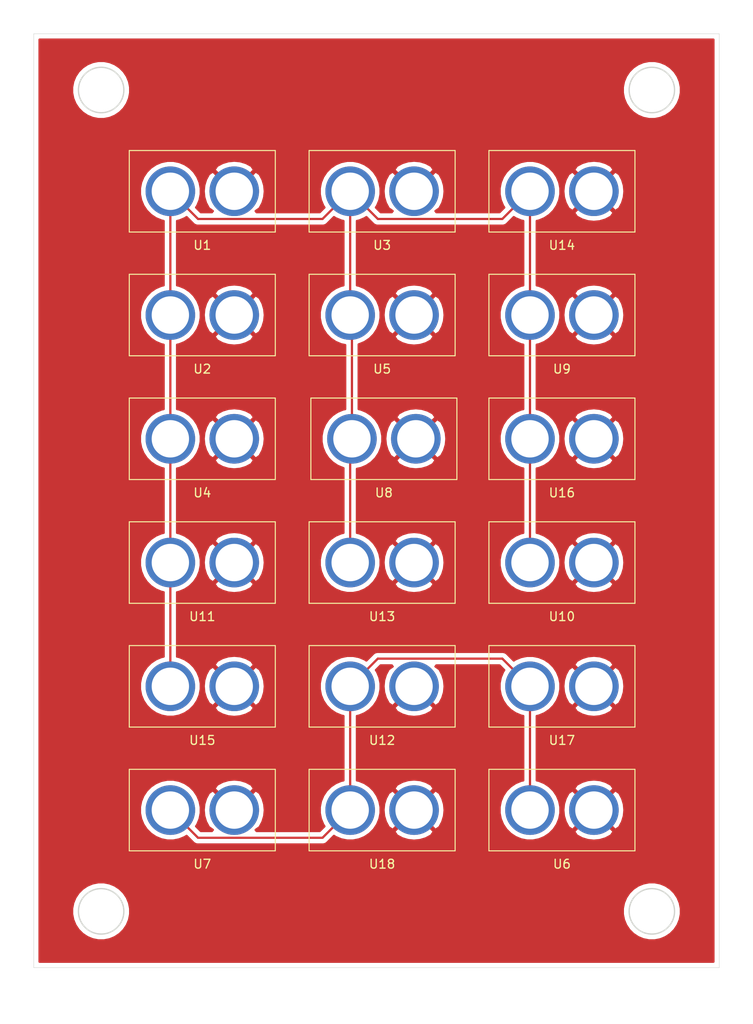
<source format=kicad_pcb>
(kicad_pcb (version 20171130) (host pcbnew "(5.1.10)-1")

  (general
    (thickness 1.6)
    (drawings 8)
    (tracks 26)
    (zones 0)
    (modules 18)
    (nets 4)
  )

  (page A4)
  (layers
    (0 F.Cu signal)
    (31 B.Cu signal)
    (32 B.Adhes user)
    (33 F.Adhes user)
    (34 B.Paste user)
    (35 F.Paste user)
    (36 B.SilkS user)
    (37 F.SilkS user)
    (38 B.Mask user)
    (39 F.Mask user)
    (40 Dwgs.User user)
    (41 Cmts.User user)
    (42 Eco1.User user)
    (43 Eco2.User user)
    (44 Edge.Cuts user)
    (45 Margin user)
    (46 B.CrtYd user)
    (47 F.CrtYd user)
    (48 B.Fab user)
    (49 F.Fab user)
  )

  (setup
    (last_trace_width 0.25)
    (trace_clearance 0.2)
    (zone_clearance 0.508)
    (zone_45_only no)
    (trace_min 0.2)
    (via_size 0.8)
    (via_drill 0.4)
    (via_min_size 0.4)
    (via_min_drill 0.3)
    (uvia_size 0.3)
    (uvia_drill 0.1)
    (uvias_allowed no)
    (uvia_min_size 0.2)
    (uvia_min_drill 0.1)
    (edge_width 0.05)
    (segment_width 0.2)
    (pcb_text_width 0.3)
    (pcb_text_size 1.5 1.5)
    (mod_edge_width 0.12)
    (mod_text_size 1 1)
    (mod_text_width 0.15)
    (pad_size 1.524 1.524)
    (pad_drill 0.762)
    (pad_to_mask_clearance 0)
    (aux_axis_origin 0 0)
    (visible_elements FFFFFF7F)
    (pcbplotparams
      (layerselection 0x010fc_ffffffff)
      (usegerberextensions false)
      (usegerberattributes true)
      (usegerberadvancedattributes true)
      (creategerberjobfile true)
      (excludeedgelayer true)
      (linewidth 0.100000)
      (plotframeref false)
      (viasonmask false)
      (mode 1)
      (useauxorigin false)
      (hpglpennumber 1)
      (hpglpenspeed 20)
      (hpglpendiameter 15.000000)
      (psnegative false)
      (psa4output false)
      (plotreference true)
      (plotvalue true)
      (plotinvisibletext false)
      (padsonsilk false)
      (subtractmaskfromsilk false)
      (outputformat 1)
      (mirror false)
      (drillshape 1)
      (scaleselection 1)
      (outputdirectory ""))
  )

  (net 0 "")
  (net 1 "Net-(U1-Pad1)")
  (net 2 "Net-(U12-Pad1)")
  (net 3 GND)

  (net_class Default "This is the default net class."
    (clearance 0.2)
    (trace_width 0.25)
    (via_dia 0.8)
    (via_drill 0.4)
    (uvia_dia 0.3)
    (uvia_drill 0.1)
    (add_net GND)
    (add_net "Net-(U1-Pad1)")
    (add_net "Net-(U12-Pad1)")
  )

  (module Launchbox:XT60H-MTH (layer F.Cu) (tedit 61224267) (tstamp 61229F28)
    (at 107.95 53.34)
    (path /61226FD0)
    (fp_text reference U1 (at 0 6.096) (layer F.SilkS)
      (effects (font (size 1 1) (thickness 0.15)))
    )
    (fp_text value XT60H-M12 (at 0 -6.096) (layer F.Fab)
      (effects (font (size 1 1) (thickness 0.15)))
    )
    (fp_line (start -8.25 4.6) (end -8.25 -4.6) (layer F.SilkS) (width 0.12))
    (fp_line (start -8.25 4.6) (end 8.25 4.6) (layer F.SilkS) (width 0.12))
    (fp_line (start 8.25 4.6) (end 8.25 -4.6) (layer F.SilkS) (width 0.12))
    (fp_line (start -8.25 -4.6) (end 8.25 -4.6) (layer F.SilkS) (width 0.12))
    (pad 1 thru_hole circle (at -3.61 0) (size 5.6 5.6) (drill 4.22) (layers *.Cu *.Mask)
      (net 1 "Net-(U1-Pad1)"))
    (pad 2 thru_hole circle (at 3.61 0) (size 5.6 5.6) (drill 4.22) (layers *.Cu *.Mask)
      (net 3 GND))
  )

  (module Launchbox:XT60H-MTH (layer F.Cu) (tedit 61224267) (tstamp 61229F32)
    (at 107.95 67.31)
    (path /612270C6)
    (fp_text reference U2 (at 0 6.096) (layer F.SilkS)
      (effects (font (size 1 1) (thickness 0.15)))
    )
    (fp_text value XT60H-M12 (at 0 -6.096) (layer F.Fab)
      (effects (font (size 1 1) (thickness 0.15)))
    )
    (fp_line (start -8.25 4.6) (end -8.25 -4.6) (layer F.SilkS) (width 0.12))
    (fp_line (start -8.25 4.6) (end 8.25 4.6) (layer F.SilkS) (width 0.12))
    (fp_line (start 8.25 4.6) (end 8.25 -4.6) (layer F.SilkS) (width 0.12))
    (fp_line (start -8.25 -4.6) (end 8.25 -4.6) (layer F.SilkS) (width 0.12))
    (pad 1 thru_hole circle (at -3.61 0) (size 5.6 5.6) (drill 4.22) (layers *.Cu *.Mask)
      (net 1 "Net-(U1-Pad1)"))
    (pad 2 thru_hole circle (at 3.61 0) (size 5.6 5.6) (drill 4.22) (layers *.Cu *.Mask)
      (net 3 GND))
  )

  (module Launchbox:XT60H-MTH (layer F.Cu) (tedit 61224267) (tstamp 61229F3C)
    (at 128.27 53.34)
    (path /61226C9F)
    (fp_text reference U3 (at 0 6.096) (layer F.SilkS)
      (effects (font (size 1 1) (thickness 0.15)))
    )
    (fp_text value XT60H-M12 (at 0 -6.096) (layer F.Fab)
      (effects (font (size 1 1) (thickness 0.15)))
    )
    (fp_line (start -8.25 4.6) (end -8.25 -4.6) (layer F.SilkS) (width 0.12))
    (fp_line (start -8.25 4.6) (end 8.25 4.6) (layer F.SilkS) (width 0.12))
    (fp_line (start 8.25 4.6) (end 8.25 -4.6) (layer F.SilkS) (width 0.12))
    (fp_line (start -8.25 -4.6) (end 8.25 -4.6) (layer F.SilkS) (width 0.12))
    (pad 1 thru_hole circle (at -3.61 0) (size 5.6 5.6) (drill 4.22) (layers *.Cu *.Mask)
      (net 1 "Net-(U1-Pad1)"))
    (pad 2 thru_hole circle (at 3.61 0) (size 5.6 5.6) (drill 4.22) (layers *.Cu *.Mask)
      (net 3 GND))
  )

  (module Launchbox:XT60H-MTH (layer F.Cu) (tedit 61224267) (tstamp 61229F46)
    (at 107.95 81.28)
    (path /61226C54)
    (fp_text reference U4 (at 0 6.096) (layer F.SilkS)
      (effects (font (size 1 1) (thickness 0.15)))
    )
    (fp_text value XT60H-M12 (at 0 -6.096) (layer F.Fab)
      (effects (font (size 1 1) (thickness 0.15)))
    )
    (fp_line (start -8.25 -4.6) (end 8.25 -4.6) (layer F.SilkS) (width 0.12))
    (fp_line (start 8.25 4.6) (end 8.25 -4.6) (layer F.SilkS) (width 0.12))
    (fp_line (start -8.25 4.6) (end 8.25 4.6) (layer F.SilkS) (width 0.12))
    (fp_line (start -8.25 4.6) (end -8.25 -4.6) (layer F.SilkS) (width 0.12))
    (pad 2 thru_hole circle (at 3.61 0) (size 5.6 5.6) (drill 4.22) (layers *.Cu *.Mask)
      (net 3 GND))
    (pad 1 thru_hole circle (at -3.61 0) (size 5.6 5.6) (drill 4.22) (layers *.Cu *.Mask)
      (net 1 "Net-(U1-Pad1)"))
  )

  (module Launchbox:XT60H-MTH (layer F.Cu) (tedit 61224267) (tstamp 61229F50)
    (at 128.27 67.31)
    (path /61233C54)
    (fp_text reference U5 (at 0 6.096) (layer F.SilkS)
      (effects (font (size 1 1) (thickness 0.15)))
    )
    (fp_text value XT60H-M12 (at 0 -6.096) (layer F.Fab)
      (effects (font (size 1 1) (thickness 0.15)))
    )
    (fp_line (start -8.25 -4.6) (end 8.25 -4.6) (layer F.SilkS) (width 0.12))
    (fp_line (start 8.25 4.6) (end 8.25 -4.6) (layer F.SilkS) (width 0.12))
    (fp_line (start -8.25 4.6) (end 8.25 4.6) (layer F.SilkS) (width 0.12))
    (fp_line (start -8.25 4.6) (end -8.25 -4.6) (layer F.SilkS) (width 0.12))
    (pad 2 thru_hole circle (at 3.61 0) (size 5.6 5.6) (drill 4.22) (layers *.Cu *.Mask)
      (net 3 GND))
    (pad 1 thru_hole circle (at -3.61 0) (size 5.6 5.6) (drill 4.22) (layers *.Cu *.Mask)
      (net 1 "Net-(U1-Pad1)"))
  )

  (module Launchbox:XT60H-MTH (layer F.Cu) (tedit 61224267) (tstamp 61229F5A)
    (at 148.59 123.19)
    (path /612330B7)
    (fp_text reference U6 (at 0 6.096) (layer F.SilkS)
      (effects (font (size 1 1) (thickness 0.15)))
    )
    (fp_text value XT60H-M24 (at 0 -6.096) (layer F.Fab)
      (effects (font (size 1 1) (thickness 0.15)))
    )
    (fp_line (start -8.25 4.6) (end -8.25 -4.6) (layer F.SilkS) (width 0.12))
    (fp_line (start -8.25 4.6) (end 8.25 4.6) (layer F.SilkS) (width 0.12))
    (fp_line (start 8.25 4.6) (end 8.25 -4.6) (layer F.SilkS) (width 0.12))
    (fp_line (start -8.25 -4.6) (end 8.25 -4.6) (layer F.SilkS) (width 0.12))
    (pad 1 thru_hole circle (at -3.61 0) (size 5.6 5.6) (drill 4.22) (layers *.Cu *.Mask)
      (net 2 "Net-(U12-Pad1)"))
    (pad 2 thru_hole circle (at 3.61 0) (size 5.6 5.6) (drill 4.22) (layers *.Cu *.Mask)
      (net 3 GND))
  )

  (module Launchbox:XT60H-MTH (layer F.Cu) (tedit 61224267) (tstamp 61229F64)
    (at 107.95 123.19)
    (path /61225F77)
    (fp_text reference U7 (at 0 6.096) (layer F.SilkS)
      (effects (font (size 1 1) (thickness 0.15)))
    )
    (fp_text value XT60H-M24 (at 0 -6.096) (layer F.Fab)
      (effects (font (size 1 1) (thickness 0.15)))
    )
    (fp_line (start -8.25 4.6) (end -8.25 -4.6) (layer F.SilkS) (width 0.12))
    (fp_line (start -8.25 4.6) (end 8.25 4.6) (layer F.SilkS) (width 0.12))
    (fp_line (start 8.25 4.6) (end 8.25 -4.6) (layer F.SilkS) (width 0.12))
    (fp_line (start -8.25 -4.6) (end 8.25 -4.6) (layer F.SilkS) (width 0.12))
    (pad 1 thru_hole circle (at -3.61 0) (size 5.6 5.6) (drill 4.22) (layers *.Cu *.Mask)
      (net 2 "Net-(U12-Pad1)"))
    (pad 2 thru_hole circle (at 3.61 0) (size 5.6 5.6) (drill 4.22) (layers *.Cu *.Mask)
      (net 3 GND))
  )

  (module Launchbox:XT60H-MTH (layer F.Cu) (tedit 61224267) (tstamp 61229F6E)
    (at 128.47 81.28)
    (path /61226E9B)
    (fp_text reference U8 (at 0 6.096) (layer F.SilkS)
      (effects (font (size 1 1) (thickness 0.15)))
    )
    (fp_text value XT60H-M12 (at 0 -6.096) (layer F.Fab)
      (effects (font (size 1 1) (thickness 0.15)))
    )
    (fp_line (start -8.25 4.6) (end -8.25 -4.6) (layer F.SilkS) (width 0.12))
    (fp_line (start -8.25 4.6) (end 8.25 4.6) (layer F.SilkS) (width 0.12))
    (fp_line (start 8.25 4.6) (end 8.25 -4.6) (layer F.SilkS) (width 0.12))
    (fp_line (start -8.25 -4.6) (end 8.25 -4.6) (layer F.SilkS) (width 0.12))
    (pad 1 thru_hole circle (at -3.61 0) (size 5.6 5.6) (drill 4.22) (layers *.Cu *.Mask)
      (net 1 "Net-(U1-Pad1)"))
    (pad 2 thru_hole circle (at 3.61 0) (size 5.6 5.6) (drill 4.22) (layers *.Cu *.Mask)
      (net 3 GND))
  )

  (module Launchbox:XT60H-MTH (layer F.Cu) (tedit 61224267) (tstamp 61229F78)
    (at 148.59 67.31)
    (path /61226DB5)
    (fp_text reference U9 (at 0 6.096) (layer F.SilkS)
      (effects (font (size 1 1) (thickness 0.15)))
    )
    (fp_text value XT60H-M12 (at 0 -6.096) (layer F.Fab)
      (effects (font (size 1 1) (thickness 0.15)))
    )
    (fp_line (start -8.25 -4.6) (end 8.25 -4.6) (layer F.SilkS) (width 0.12))
    (fp_line (start 8.25 4.6) (end 8.25 -4.6) (layer F.SilkS) (width 0.12))
    (fp_line (start -8.25 4.6) (end 8.25 4.6) (layer F.SilkS) (width 0.12))
    (fp_line (start -8.25 4.6) (end -8.25 -4.6) (layer F.SilkS) (width 0.12))
    (pad 2 thru_hole circle (at 3.61 0) (size 5.6 5.6) (drill 4.22) (layers *.Cu *.Mask)
      (net 3 GND))
    (pad 1 thru_hole circle (at -3.61 0) (size 5.6 5.6) (drill 4.22) (layers *.Cu *.Mask)
      (net 1 "Net-(U1-Pad1)"))
  )

  (module Launchbox:XT60H-MTH (layer F.Cu) (tedit 61224267) (tstamp 61229F82)
    (at 148.59 95.25)
    (path /612271E0)
    (fp_text reference U10 (at 0 6.096) (layer F.SilkS)
      (effects (font (size 1 1) (thickness 0.15)))
    )
    (fp_text value XT60H-M12 (at 0 -6.096) (layer F.Fab)
      (effects (font (size 1 1) (thickness 0.15)))
    )
    (fp_line (start -8.25 -4.6) (end 8.25 -4.6) (layer F.SilkS) (width 0.12))
    (fp_line (start 8.25 4.6) (end 8.25 -4.6) (layer F.SilkS) (width 0.12))
    (fp_line (start -8.25 4.6) (end 8.25 4.6) (layer F.SilkS) (width 0.12))
    (fp_line (start -8.25 4.6) (end -8.25 -4.6) (layer F.SilkS) (width 0.12))
    (pad 2 thru_hole circle (at 3.61 0) (size 5.6 5.6) (drill 4.22) (layers *.Cu *.Mask)
      (net 3 GND))
    (pad 1 thru_hole circle (at -3.61 0) (size 5.6 5.6) (drill 4.22) (layers *.Cu *.Mask)
      (net 1 "Net-(U1-Pad1)"))
  )

  (module Launchbox:XT60H-MTH (layer F.Cu) (tedit 61224267) (tstamp 61229F8C)
    (at 107.95 95.25)
    (path /6122731E)
    (fp_text reference U11 (at 0 6.096) (layer F.SilkS)
      (effects (font (size 1 1) (thickness 0.15)))
    )
    (fp_text value XT60H-M12 (at 0 -6.096) (layer F.Fab)
      (effects (font (size 1 1) (thickness 0.15)))
    )
    (fp_line (start -8.25 4.6) (end -8.25 -4.6) (layer F.SilkS) (width 0.12))
    (fp_line (start -8.25 4.6) (end 8.25 4.6) (layer F.SilkS) (width 0.12))
    (fp_line (start 8.25 4.6) (end 8.25 -4.6) (layer F.SilkS) (width 0.12))
    (fp_line (start -8.25 -4.6) (end 8.25 -4.6) (layer F.SilkS) (width 0.12))
    (pad 1 thru_hole circle (at -3.61 0) (size 5.6 5.6) (drill 4.22) (layers *.Cu *.Mask)
      (net 1 "Net-(U1-Pad1)"))
    (pad 2 thru_hole circle (at 3.61 0) (size 5.6 5.6) (drill 4.22) (layers *.Cu *.Mask)
      (net 3 GND))
  )

  (module Launchbox:XT60H-MTH (layer F.Cu) (tedit 61224267) (tstamp 61229F96)
    (at 128.27 109.22)
    (path /61225BE9)
    (fp_text reference U12 (at 0 6.096) (layer F.SilkS)
      (effects (font (size 1 1) (thickness 0.15)))
    )
    (fp_text value XT60H-M24 (at 0 -6.096) (layer F.Fab)
      (effects (font (size 1 1) (thickness 0.15)))
    )
    (fp_line (start -8.25 -4.6) (end 8.25 -4.6) (layer F.SilkS) (width 0.12))
    (fp_line (start 8.25 4.6) (end 8.25 -4.6) (layer F.SilkS) (width 0.12))
    (fp_line (start -8.25 4.6) (end 8.25 4.6) (layer F.SilkS) (width 0.12))
    (fp_line (start -8.25 4.6) (end -8.25 -4.6) (layer F.SilkS) (width 0.12))
    (pad 2 thru_hole circle (at 3.61 0) (size 5.6 5.6) (drill 4.22) (layers *.Cu *.Mask)
      (net 3 GND))
    (pad 1 thru_hole circle (at -3.61 0) (size 5.6 5.6) (drill 4.22) (layers *.Cu *.Mask)
      (net 2 "Net-(U12-Pad1)"))
  )

  (module Launchbox:XT60H-MTH (layer F.Cu) (tedit 61224267) (tstamp 61229FA0)
    (at 128.27 95.25)
    (path /61224305)
    (fp_text reference U13 (at 0 6.096) (layer F.SilkS)
      (effects (font (size 1 1) (thickness 0.15)))
    )
    (fp_text value XT60H-M12 (at 0 -6.096) (layer F.Fab)
      (effects (font (size 1 1) (thickness 0.15)))
    )
    (fp_line (start -8.25 -4.6) (end 8.25 -4.6) (layer F.SilkS) (width 0.12))
    (fp_line (start 8.25 4.6) (end 8.25 -4.6) (layer F.SilkS) (width 0.12))
    (fp_line (start -8.25 4.6) (end 8.25 4.6) (layer F.SilkS) (width 0.12))
    (fp_line (start -8.25 4.6) (end -8.25 -4.6) (layer F.SilkS) (width 0.12))
    (pad 2 thru_hole circle (at 3.61 0) (size 5.6 5.6) (drill 4.22) (layers *.Cu *.Mask)
      (net 3 GND))
    (pad 1 thru_hole circle (at -3.61 0) (size 5.6 5.6) (drill 4.22) (layers *.Cu *.Mask)
      (net 1 "Net-(U1-Pad1)"))
  )

  (module Launchbox:XT60H-MTH (layer F.Cu) (tedit 61224267) (tstamp 61229FAA)
    (at 148.59 53.34)
    (path /612274B3)
    (fp_text reference U14 (at 0 6.096) (layer F.SilkS)
      (effects (font (size 1 1) (thickness 0.15)))
    )
    (fp_text value XT60H-M12 (at 0 -6.096) (layer F.Fab)
      (effects (font (size 1 1) (thickness 0.15)))
    )
    (fp_line (start -8.25 4.6) (end -8.25 -4.6) (layer F.SilkS) (width 0.12))
    (fp_line (start -8.25 4.6) (end 8.25 4.6) (layer F.SilkS) (width 0.12))
    (fp_line (start 8.25 4.6) (end 8.25 -4.6) (layer F.SilkS) (width 0.12))
    (fp_line (start -8.25 -4.6) (end 8.25 -4.6) (layer F.SilkS) (width 0.12))
    (pad 1 thru_hole circle (at -3.61 0) (size 5.6 5.6) (drill 4.22) (layers *.Cu *.Mask)
      (net 1 "Net-(U1-Pad1)"))
    (pad 2 thru_hole circle (at 3.61 0) (size 5.6 5.6) (drill 4.22) (layers *.Cu *.Mask)
      (net 3 GND))
  )

  (module Launchbox:XT60H-MTH (layer F.Cu) (tedit 61224267) (tstamp 61229FB4)
    (at 107.95 109.22)
    (path /612273E6)
    (fp_text reference U15 (at 0 6.096) (layer F.SilkS)
      (effects (font (size 1 1) (thickness 0.15)))
    )
    (fp_text value XT60H-M12 (at 0 -6.096) (layer F.Fab)
      (effects (font (size 1 1) (thickness 0.15)))
    )
    (fp_line (start -8.25 -4.6) (end 8.25 -4.6) (layer F.SilkS) (width 0.12))
    (fp_line (start 8.25 4.6) (end 8.25 -4.6) (layer F.SilkS) (width 0.12))
    (fp_line (start -8.25 4.6) (end 8.25 4.6) (layer F.SilkS) (width 0.12))
    (fp_line (start -8.25 4.6) (end -8.25 -4.6) (layer F.SilkS) (width 0.12))
    (pad 2 thru_hole circle (at 3.61 0) (size 5.6 5.6) (drill 4.22) (layers *.Cu *.Mask)
      (net 3 GND))
    (pad 1 thru_hole circle (at -3.61 0) (size 5.6 5.6) (drill 4.22) (layers *.Cu *.Mask)
      (net 1 "Net-(U1-Pad1)"))
  )

  (module Launchbox:XT60H-MTH (layer F.Cu) (tedit 61224267) (tstamp 61229FBE)
    (at 148.59 81.28)
    (path /612275D2)
    (fp_text reference U16 (at 0 6.096) (layer F.SilkS)
      (effects (font (size 1 1) (thickness 0.15)))
    )
    (fp_text value XT60H-M12 (at 0 -6.096) (layer F.Fab)
      (effects (font (size 1 1) (thickness 0.15)))
    )
    (fp_line (start -8.25 -4.6) (end 8.25 -4.6) (layer F.SilkS) (width 0.12))
    (fp_line (start 8.25 4.6) (end 8.25 -4.6) (layer F.SilkS) (width 0.12))
    (fp_line (start -8.25 4.6) (end 8.25 4.6) (layer F.SilkS) (width 0.12))
    (fp_line (start -8.25 4.6) (end -8.25 -4.6) (layer F.SilkS) (width 0.12))
    (pad 2 thru_hole circle (at 3.61 0) (size 5.6 5.6) (drill 4.22) (layers *.Cu *.Mask)
      (net 3 GND))
    (pad 1 thru_hole circle (at -3.61 0) (size 5.6 5.6) (drill 4.22) (layers *.Cu *.Mask)
      (net 1 "Net-(U1-Pad1)"))
  )

  (module Launchbox:XT60H-MTH (layer F.Cu) (tedit 61224267) (tstamp 61229FC8)
    (at 148.59 109.22)
    (path /61225B5F)
    (fp_text reference U17 (at 0 6.096) (layer F.SilkS)
      (effects (font (size 1 1) (thickness 0.15)))
    )
    (fp_text value XT60H-M24 (at 0 -6.096) (layer F.Fab)
      (effects (font (size 1 1) (thickness 0.15)))
    )
    (fp_line (start -8.25 4.6) (end -8.25 -4.6) (layer F.SilkS) (width 0.12))
    (fp_line (start -8.25 4.6) (end 8.25 4.6) (layer F.SilkS) (width 0.12))
    (fp_line (start 8.25 4.6) (end 8.25 -4.6) (layer F.SilkS) (width 0.12))
    (fp_line (start -8.25 -4.6) (end 8.25 -4.6) (layer F.SilkS) (width 0.12))
    (pad 1 thru_hole circle (at -3.61 0) (size 5.6 5.6) (drill 4.22) (layers *.Cu *.Mask)
      (net 2 "Net-(U12-Pad1)"))
    (pad 2 thru_hole circle (at 3.61 0) (size 5.6 5.6) (drill 4.22) (layers *.Cu *.Mask)
      (net 3 GND))
  )

  (module Launchbox:XT60H-MTH (layer F.Cu) (tedit 61224267) (tstamp 61229FD2)
    (at 128.27 123.19)
    (path /61224803)
    (fp_text reference U18 (at 0 6.096) (layer F.SilkS)
      (effects (font (size 1 1) (thickness 0.15)))
    )
    (fp_text value XT60H-M24 (at 0 -6.096) (layer F.Fab)
      (effects (font (size 1 1) (thickness 0.15)))
    )
    (fp_line (start -8.25 -4.6) (end 8.25 -4.6) (layer F.SilkS) (width 0.12))
    (fp_line (start 8.25 4.6) (end 8.25 -4.6) (layer F.SilkS) (width 0.12))
    (fp_line (start -8.25 4.6) (end 8.25 4.6) (layer F.SilkS) (width 0.12))
    (fp_line (start -8.25 4.6) (end -8.25 -4.6) (layer F.SilkS) (width 0.12))
    (pad 2 thru_hole circle (at 3.61 0) (size 5.6 5.6) (drill 4.22) (layers *.Cu *.Mask)
      (net 3 GND))
    (pad 1 thru_hole circle (at -3.61 0) (size 5.6 5.6) (drill 4.22) (layers *.Cu *.Mask)
      (net 2 "Net-(U12-Pad1)"))
  )

  (gr_line (start 166.37 140.97) (end 88.9 140.97) (layer Edge.Cuts) (width 0.05) (tstamp 6122A5C8))
  (gr_line (start 166.37 35.56) (end 166.37 140.97) (layer Edge.Cuts) (width 0.05))
  (gr_line (start 88.9 35.56) (end 166.37 35.56) (layer Edge.Cuts) (width 0.05))
  (gr_line (start 88.9 140.97) (end 88.9 35.56) (layer Edge.Cuts) (width 0.05))
  (gr_circle (center 96.52 134.62) (end 99.085 134.62) (layer Edge.Cuts) (width 0.15) (tstamp 6122A5B8))
  (gr_circle (center 158.75 134.62) (end 161.315 134.62) (layer Edge.Cuts) (width 0.15) (tstamp 6122A5B8))
  (gr_circle (center 158.75 41.91) (end 161.315 41.91) (layer Edge.Cuts) (width 0.15) (tstamp 6122A5B5))
  (gr_circle (center 96.52 41.91) (end 99.085 41.91) (layer Edge.Cuts) (width 0.15))

  (segment (start 121.534999 56.465001) (end 124.66 53.34) (width 0.25) (layer F.Cu) (net 1))
  (segment (start 107.465001 56.465001) (end 121.534999 56.465001) (width 0.25) (layer F.Cu) (net 1))
  (segment (start 104.34 53.34) (end 107.465001 56.465001) (width 0.25) (layer F.Cu) (net 1))
  (segment (start 141.854999 56.465001) (end 144.98 53.34) (width 0.25) (layer F.Cu) (net 1))
  (segment (start 127.785001 56.465001) (end 141.854999 56.465001) (width 0.25) (layer F.Cu) (net 1))
  (segment (start 124.66 53.34) (end 127.785001 56.465001) (width 0.25) (layer F.Cu) (net 1))
  (segment (start 144.98 95.25) (end 144.98 81.28) (width 0.25) (layer F.Cu) (net 1))
  (segment (start 144.98 81.28) (end 144.98 67.31) (width 0.25) (layer F.Cu) (net 1))
  (segment (start 144.98 67.31) (end 144.98 53.34) (width 0.25) (layer F.Cu) (net 1))
  (segment (start 124.66 81.48) (end 124.86 81.28) (width 0.25) (layer F.Cu) (net 1))
  (segment (start 124.66 95.25) (end 124.66 81.48) (width 0.25) (layer F.Cu) (net 1))
  (segment (start 124.86 67.51) (end 124.66 67.31) (width 0.25) (layer F.Cu) (net 1))
  (segment (start 124.86 81.28) (end 124.86 67.51) (width 0.25) (layer F.Cu) (net 1))
  (segment (start 104.34 53.34) (end 104.34 67.31) (width 0.25) (layer F.Cu) (net 1))
  (segment (start 104.34 67.31) (end 104.34 81.28) (width 0.25) (layer F.Cu) (net 1))
  (segment (start 104.34 81.28) (end 104.34 95.25) (width 0.25) (layer F.Cu) (net 1))
  (segment (start 104.34 95.25) (end 104.34 109.22) (width 0.25) (layer F.Cu) (net 1))
  (segment (start 124.66 67.31) (end 124.66 53.34) (width 0.25) (layer F.Cu) (net 1))
  (segment (start 121.534999 126.315001) (end 124.66 123.19) (width 0.25) (layer F.Cu) (net 2))
  (segment (start 107.465001 126.315001) (end 121.534999 126.315001) (width 0.25) (layer F.Cu) (net 2))
  (segment (start 104.34 123.19) (end 107.465001 126.315001) (width 0.25) (layer F.Cu) (net 2))
  (segment (start 124.66 123.19) (end 124.66 109.22) (width 0.25) (layer F.Cu) (net 2))
  (segment (start 141.854999 106.094999) (end 144.98 109.22) (width 0.25) (layer F.Cu) (net 2))
  (segment (start 127.785001 106.094999) (end 141.854999 106.094999) (width 0.25) (layer F.Cu) (net 2))
  (segment (start 124.66 109.22) (end 127.785001 106.094999) (width 0.25) (layer F.Cu) (net 2))
  (segment (start 144.98 109.22) (end 144.98 123.19) (width 0.25) (layer F.Cu) (net 2))

  (zone (net 3) (net_name GND) (layer F.Cu) (tstamp 0) (hatch edge 0.508)
    (connect_pads (clearance 0.508))
    (min_thickness 0.254)
    (fill yes (arc_segments 32) (thermal_gap 0.508) (thermal_bridge_width 0.508))
    (polygon
      (pts
        (xy 170.18 147.32) (xy 85.09 146.05) (xy 85.09 33.02) (xy 170.18 31.75)
      )
    )
    (filled_polygon
      (pts
        (xy 165.710001 140.31) (xy 89.56 140.31) (xy 89.56 134.297034) (xy 93.240866 134.297034) (xy 93.240866 134.942966)
        (xy 93.366882 135.576488) (xy 93.614069 136.173252) (xy 93.972931 136.710326) (xy 94.429674 137.167069) (xy 94.966748 137.525931)
        (xy 95.563512 137.773118) (xy 96.197034 137.899134) (xy 96.842966 137.899134) (xy 97.476488 137.773118) (xy 98.073252 137.525931)
        (xy 98.610326 137.167069) (xy 99.067069 136.710326) (xy 99.425931 136.173252) (xy 99.673118 135.576488) (xy 99.799134 134.942966)
        (xy 99.799134 134.297034) (xy 155.470866 134.297034) (xy 155.470866 134.942966) (xy 155.596882 135.576488) (xy 155.844069 136.173252)
        (xy 156.202931 136.710326) (xy 156.659674 137.167069) (xy 157.196748 137.525931) (xy 157.793512 137.773118) (xy 158.427034 137.899134)
        (xy 159.072966 137.899134) (xy 159.706488 137.773118) (xy 160.303252 137.525931) (xy 160.840326 137.167069) (xy 161.297069 136.710326)
        (xy 161.655931 136.173252) (xy 161.903118 135.576488) (xy 162.029134 134.942966) (xy 162.029134 134.297034) (xy 161.903118 133.663512)
        (xy 161.655931 133.066748) (xy 161.297069 132.529674) (xy 160.840326 132.072931) (xy 160.303252 131.714069) (xy 159.706488 131.466882)
        (xy 159.072966 131.340866) (xy 158.427034 131.340866) (xy 157.793512 131.466882) (xy 157.196748 131.714069) (xy 156.659674 132.072931)
        (xy 156.202931 132.529674) (xy 155.844069 133.066748) (xy 155.596882 133.663512) (xy 155.470866 134.297034) (xy 99.799134 134.297034)
        (xy 99.673118 133.663512) (xy 99.425931 133.066748) (xy 99.067069 132.529674) (xy 98.610326 132.072931) (xy 98.073252 131.714069)
        (xy 97.476488 131.466882) (xy 96.842966 131.340866) (xy 96.197034 131.340866) (xy 95.563512 131.466882) (xy 94.966748 131.714069)
        (xy 94.429674 132.072931) (xy 93.972931 132.529674) (xy 93.614069 133.066748) (xy 93.366882 133.663512) (xy 93.240866 134.297034)
        (xy 89.56 134.297034) (xy 89.56 122.851682) (xy 100.905 122.851682) (xy 100.905 123.528318) (xy 101.037006 124.191952)
        (xy 101.295943 124.817082) (xy 101.671862 125.379685) (xy 102.150315 125.858138) (xy 102.712918 126.234057) (xy 103.338048 126.492994)
        (xy 104.001682 126.625) (xy 104.678318 126.625) (xy 105.341952 126.492994) (xy 105.967082 126.234057) (xy 106.1722 126.097002)
        (xy 106.901202 126.826004) (xy 106.925 126.855002) (xy 107.040725 126.949975) (xy 107.172754 127.020547) (xy 107.316015 127.064004)
        (xy 107.427668 127.075001) (xy 107.427676 127.075001) (xy 107.465001 127.078677) (xy 107.502326 127.075001) (xy 121.497677 127.075001)
        (xy 121.534999 127.078677) (xy 121.572321 127.075001) (xy 121.572332 127.075001) (xy 121.683985 127.064004) (xy 121.827246 127.020547)
        (xy 121.959275 126.949975) (xy 122.075 126.855002) (xy 122.098803 126.825998) (xy 122.8278 126.097001) (xy 123.032918 126.234057)
        (xy 123.658048 126.492994) (xy 124.321682 126.625) (xy 124.998318 126.625) (xy 125.661952 126.492994) (xy 126.287082 126.234057)
        (xy 126.849685 125.858138) (xy 127.101342 125.606481) (xy 129.643124 125.606481) (xy 129.955308 126.055177) (xy 130.551259 126.375612)
        (xy 131.198273 126.573626) (xy 131.871484 126.64161) (xy 132.545023 126.576949) (xy 133.193006 126.38213) (xy 133.79053 126.064639)
        (xy 133.804692 126.055177) (xy 134.116876 125.606481) (xy 131.88 123.369605) (xy 129.643124 125.606481) (xy 127.101342 125.606481)
        (xy 127.328138 125.379685) (xy 127.704057 124.817082) (xy 127.962994 124.191952) (xy 128.095 123.528318) (xy 128.095 123.181484)
        (xy 128.42839 123.181484) (xy 128.493051 123.855023) (xy 128.68787 124.503006) (xy 129.005361 125.10053) (xy 129.014823 125.114692)
        (xy 129.463519 125.426876) (xy 131.700395 123.19) (xy 132.059605 123.19) (xy 134.296481 125.426876) (xy 134.745177 125.114692)
        (xy 135.065612 124.518741) (xy 135.263626 123.871727) (xy 135.33161 123.198516) (xy 135.266949 122.524977) (xy 135.07213 121.876994)
        (xy 134.754639 121.27947) (xy 134.745177 121.265308) (xy 134.296481 120.953124) (xy 132.059605 123.19) (xy 131.700395 123.19)
        (xy 129.463519 120.953124) (xy 129.014823 121.265308) (xy 128.694388 121.861259) (xy 128.496374 122.508273) (xy 128.42839 123.181484)
        (xy 128.095 123.181484) (xy 128.095 122.851682) (xy 127.962994 122.188048) (xy 127.704057 121.562918) (xy 127.328138 121.000315)
        (xy 127.101342 120.773519) (xy 129.643124 120.773519) (xy 131.88 123.010395) (xy 134.116876 120.773519) (xy 133.804692 120.324823)
        (xy 133.208741 120.004388) (xy 132.561727 119.806374) (xy 131.888516 119.73839) (xy 131.214977 119.803051) (xy 130.566994 119.99787)
        (xy 129.96947 120.315361) (xy 129.955308 120.324823) (xy 129.643124 120.773519) (xy 127.101342 120.773519) (xy 126.849685 120.521862)
        (xy 126.287082 120.145943) (xy 125.661952 119.887006) (xy 125.42 119.838878) (xy 125.42 112.571122) (xy 125.661952 112.522994)
        (xy 126.287082 112.264057) (xy 126.849685 111.888138) (xy 127.101342 111.636481) (xy 129.643124 111.636481) (xy 129.955308 112.085177)
        (xy 130.551259 112.405612) (xy 131.198273 112.603626) (xy 131.871484 112.67161) (xy 132.545023 112.606949) (xy 133.193006 112.41213)
        (xy 133.79053 112.094639) (xy 133.804692 112.085177) (xy 134.116876 111.636481) (xy 131.88 109.399605) (xy 129.643124 111.636481)
        (xy 127.101342 111.636481) (xy 127.328138 111.409685) (xy 127.704057 110.847082) (xy 127.962994 110.221952) (xy 128.095 109.558318)
        (xy 128.095 108.881682) (xy 127.962994 108.218048) (xy 127.704057 107.592918) (xy 127.567002 107.3878) (xy 128.099803 106.854999)
        (xy 129.364541 106.854999) (xy 129.349966 106.869574) (xy 129.463517 106.983125) (xy 129.014823 107.295308) (xy 128.694388 107.891259)
        (xy 128.496374 108.538273) (xy 128.42839 109.211484) (xy 128.493051 109.885023) (xy 128.68787 110.533006) (xy 129.005361 111.13053)
        (xy 129.014823 111.144692) (xy 129.463519 111.456876) (xy 131.700395 109.22) (xy 131.686253 109.205858) (xy 131.865858 109.026253)
        (xy 131.88 109.040395) (xy 131.894143 109.026253) (xy 132.073748 109.205858) (xy 132.059605 109.22) (xy 134.296481 111.456876)
        (xy 134.745177 111.144692) (xy 135.065612 110.548741) (xy 135.263626 109.901727) (xy 135.33161 109.228516) (xy 135.266949 108.554977)
        (xy 135.07213 107.906994) (xy 134.754639 107.30947) (xy 134.745177 107.295308) (xy 134.296483 106.983125) (xy 134.410034 106.869574)
        (xy 134.395459 106.854999) (xy 141.540198 106.854999) (xy 142.072999 107.3878) (xy 141.935943 107.592918) (xy 141.677006 108.218048)
        (xy 141.545 108.881682) (xy 141.545 109.558318) (xy 141.677006 110.221952) (xy 141.935943 110.847082) (xy 142.311862 111.409685)
        (xy 142.790315 111.888138) (xy 143.352918 112.264057) (xy 143.978048 112.522994) (xy 144.22 112.571122) (xy 144.220001 119.838878)
        (xy 143.978048 119.887006) (xy 143.352918 120.145943) (xy 142.790315 120.521862) (xy 142.311862 121.000315) (xy 141.935943 121.562918)
        (xy 141.677006 122.188048) (xy 141.545 122.851682) (xy 141.545 123.528318) (xy 141.677006 124.191952) (xy 141.935943 124.817082)
        (xy 142.311862 125.379685) (xy 142.790315 125.858138) (xy 143.352918 126.234057) (xy 143.978048 126.492994) (xy 144.641682 126.625)
        (xy 145.318318 126.625) (xy 145.981952 126.492994) (xy 146.607082 126.234057) (xy 147.169685 125.858138) (xy 147.421342 125.606481)
        (xy 149.963124 125.606481) (xy 150.275308 126.055177) (xy 150.871259 126.375612) (xy 151.518273 126.573626) (xy 152.191484 126.64161)
        (xy 152.865023 126.576949) (xy 153.513006 126.38213) (xy 154.11053 126.064639) (xy 154.124692 126.055177) (xy 154.436876 125.606481)
        (xy 152.2 123.369605) (xy 149.963124 125.606481) (xy 147.421342 125.606481) (xy 147.648138 125.379685) (xy 148.024057 124.817082)
        (xy 148.282994 124.191952) (xy 148.415 123.528318) (xy 148.415 123.181484) (xy 148.74839 123.181484) (xy 148.813051 123.855023)
        (xy 149.00787 124.503006) (xy 149.325361 125.10053) (xy 149.334823 125.114692) (xy 149.783519 125.426876) (xy 152.020395 123.19)
        (xy 152.379605 123.19) (xy 154.616481 125.426876) (xy 155.065177 125.114692) (xy 155.385612 124.518741) (xy 155.583626 123.871727)
        (xy 155.65161 123.198516) (xy 155.586949 122.524977) (xy 155.39213 121.876994) (xy 155.074639 121.27947) (xy 155.065177 121.265308)
        (xy 154.616481 120.953124) (xy 152.379605 123.19) (xy 152.020395 123.19) (xy 149.783519 120.953124) (xy 149.334823 121.265308)
        (xy 149.014388 121.861259) (xy 148.816374 122.508273) (xy 148.74839 123.181484) (xy 148.415 123.181484) (xy 148.415 122.851682)
        (xy 148.282994 122.188048) (xy 148.024057 121.562918) (xy 147.648138 121.000315) (xy 147.421342 120.773519) (xy 149.963124 120.773519)
        (xy 152.2 123.010395) (xy 154.436876 120.773519) (xy 154.124692 120.324823) (xy 153.528741 120.004388) (xy 152.881727 119.806374)
        (xy 152.208516 119.73839) (xy 151.534977 119.803051) (xy 150.886994 119.99787) (xy 150.28947 120.315361) (xy 150.275308 120.324823)
        (xy 149.963124 120.773519) (xy 147.421342 120.773519) (xy 147.169685 120.521862) (xy 146.607082 120.145943) (xy 145.981952 119.887006)
        (xy 145.74 119.838878) (xy 145.74 112.571122) (xy 145.981952 112.522994) (xy 146.607082 112.264057) (xy 147.169685 111.888138)
        (xy 147.421342 111.636481) (xy 149.963124 111.636481) (xy 150.275308 112.085177) (xy 150.871259 112.405612) (xy 151.518273 112.603626)
        (xy 152.191484 112.67161) (xy 152.865023 112.606949) (xy 153.513006 112.41213) (xy 154.11053 112.094639) (xy 154.124692 112.085177)
        (xy 154.436876 111.636481) (xy 152.2 109.399605) (xy 149.963124 111.636481) (xy 147.421342 111.636481) (xy 147.648138 111.409685)
        (xy 148.024057 110.847082) (xy 148.282994 110.221952) (xy 148.415 109.558318) (xy 148.415 109.211484) (xy 148.74839 109.211484)
        (xy 148.813051 109.885023) (xy 149.00787 110.533006) (xy 149.325361 111.13053) (xy 149.334823 111.144692) (xy 149.783519 111.456876)
        (xy 152.020395 109.22) (xy 152.379605 109.22) (xy 154.616481 111.456876) (xy 155.065177 111.144692) (xy 155.385612 110.548741)
        (xy 155.583626 109.901727) (xy 155.65161 109.228516) (xy 155.586949 108.554977) (xy 155.39213 107.906994) (xy 155.074639 107.30947)
        (xy 155.065177 107.295308) (xy 154.616481 106.983124) (xy 152.379605 109.22) (xy 152.020395 109.22) (xy 149.783519 106.983124)
        (xy 149.334823 107.295308) (xy 149.014388 107.891259) (xy 148.816374 108.538273) (xy 148.74839 109.211484) (xy 148.415 109.211484)
        (xy 148.415 108.881682) (xy 148.282994 108.218048) (xy 148.024057 107.592918) (xy 147.648138 107.030315) (xy 147.421342 106.803519)
        (xy 149.963124 106.803519) (xy 152.2 109.040395) (xy 154.436876 106.803519) (xy 154.124692 106.354823) (xy 153.528741 106.034388)
        (xy 152.881727 105.836374) (xy 152.208516 105.76839) (xy 151.534977 105.833051) (xy 150.886994 106.02787) (xy 150.28947 106.345361)
        (xy 150.275308 106.354823) (xy 149.963124 106.803519) (xy 147.421342 106.803519) (xy 147.169685 106.551862) (xy 146.607082 106.175943)
        (xy 145.981952 105.917006) (xy 145.318318 105.785) (xy 144.641682 105.785) (xy 143.978048 105.917006) (xy 143.352918 106.175943)
        (xy 143.1478 106.312999) (xy 142.418803 105.584002) (xy 142.395 105.554998) (xy 142.279275 105.460025) (xy 142.147246 105.389453)
        (xy 142.003985 105.345996) (xy 141.892332 105.334999) (xy 141.892321 105.334999) (xy 141.854999 105.331323) (xy 141.817677 105.334999)
        (xy 127.822326 105.334999) (xy 127.785001 105.331323) (xy 127.747676 105.334999) (xy 127.747668 105.334999) (xy 127.636015 105.345996)
        (xy 127.492754 105.389453) (xy 127.360725 105.460025) (xy 127.245 105.554998) (xy 127.221202 105.583996) (xy 126.4922 106.312998)
        (xy 126.287082 106.175943) (xy 125.661952 105.917006) (xy 124.998318 105.785) (xy 124.321682 105.785) (xy 123.658048 105.917006)
        (xy 123.032918 106.175943) (xy 122.470315 106.551862) (xy 121.991862 107.030315) (xy 121.615943 107.592918) (xy 121.357006 108.218048)
        (xy 121.225 108.881682) (xy 121.225 109.558318) (xy 121.357006 110.221952) (xy 121.615943 110.847082) (xy 121.991862 111.409685)
        (xy 122.470315 111.888138) (xy 123.032918 112.264057) (xy 123.658048 112.522994) (xy 123.900001 112.571122) (xy 123.9 119.838878)
        (xy 123.658048 119.887006) (xy 123.032918 120.145943) (xy 122.470315 120.521862) (xy 121.991862 121.000315) (xy 121.615943 121.562918)
        (xy 121.357006 122.188048) (xy 121.225 122.851682) (xy 121.225 123.528318) (xy 121.357006 124.191952) (xy 121.615943 124.817082)
        (xy 121.752999 125.0222) (xy 121.220198 125.555001) (xy 114.075459 125.555001) (xy 114.090034 125.540426) (xy 113.976483 125.426875)
        (xy 114.425177 125.114692) (xy 114.745612 124.518741) (xy 114.943626 123.871727) (xy 115.01161 123.198516) (xy 114.946949 122.524977)
        (xy 114.75213 121.876994) (xy 114.434639 121.27947) (xy 114.425177 121.265308) (xy 113.976481 120.953124) (xy 111.739605 123.19)
        (xy 111.753748 123.204143) (xy 111.574143 123.383748) (xy 111.56 123.369605) (xy 111.545858 123.383748) (xy 111.366253 123.204143)
        (xy 111.380395 123.19) (xy 109.143519 120.953124) (xy 108.694823 121.265308) (xy 108.374388 121.861259) (xy 108.176374 122.508273)
        (xy 108.10839 123.181484) (xy 108.173051 123.855023) (xy 108.36787 124.503006) (xy 108.685361 125.10053) (xy 108.694823 125.114692)
        (xy 109.143517 125.426875) (xy 109.029966 125.540426) (xy 109.044541 125.555001) (xy 107.779803 125.555001) (xy 107.247002 125.0222)
        (xy 107.384057 124.817082) (xy 107.642994 124.191952) (xy 107.775 123.528318) (xy 107.775 122.851682) (xy 107.642994 122.188048)
        (xy 107.384057 121.562918) (xy 107.008138 121.000315) (xy 106.781342 120.773519) (xy 109.323124 120.773519) (xy 111.56 123.010395)
        (xy 113.796876 120.773519) (xy 113.484692 120.324823) (xy 112.888741 120.004388) (xy 112.241727 119.806374) (xy 111.568516 119.73839)
        (xy 110.894977 119.803051) (xy 110.246994 119.99787) (xy 109.64947 120.315361) (xy 109.635308 120.324823) (xy 109.323124 120.773519)
        (xy 106.781342 120.773519) (xy 106.529685 120.521862) (xy 105.967082 120.145943) (xy 105.341952 119.887006) (xy 104.678318 119.755)
        (xy 104.001682 119.755) (xy 103.338048 119.887006) (xy 102.712918 120.145943) (xy 102.150315 120.521862) (xy 101.671862 121.000315)
        (xy 101.295943 121.562918) (xy 101.037006 122.188048) (xy 100.905 122.851682) (xy 89.56 122.851682) (xy 89.56 53.001682)
        (xy 100.905 53.001682) (xy 100.905 53.678318) (xy 101.037006 54.341952) (xy 101.295943 54.967082) (xy 101.671862 55.529685)
        (xy 102.150315 56.008138) (xy 102.712918 56.384057) (xy 103.338048 56.642994) (xy 103.58 56.691122) (xy 103.580001 63.958878)
        (xy 103.338048 64.007006) (xy 102.712918 64.265943) (xy 102.150315 64.641862) (xy 101.671862 65.120315) (xy 101.295943 65.682918)
        (xy 101.037006 66.308048) (xy 100.905 66.971682) (xy 100.905 67.648318) (xy 101.037006 68.311952) (xy 101.295943 68.937082)
        (xy 101.671862 69.499685) (xy 102.150315 69.978138) (xy 102.712918 70.354057) (xy 103.338048 70.612994) (xy 103.58 70.661122)
        (xy 103.580001 77.928878) (xy 103.338048 77.977006) (xy 102.712918 78.235943) (xy 102.150315 78.611862) (xy 101.671862 79.090315)
        (xy 101.295943 79.652918) (xy 101.037006 80.278048) (xy 100.905 80.941682) (xy 100.905 81.618318) (xy 101.037006 82.281952)
        (xy 101.295943 82.907082) (xy 101.671862 83.469685) (xy 102.150315 83.948138) (xy 102.712918 84.324057) (xy 103.338048 84.582994)
        (xy 103.58 84.631122) (xy 103.580001 91.898878) (xy 103.338048 91.947006) (xy 102.712918 92.205943) (xy 102.150315 92.581862)
        (xy 101.671862 93.060315) (xy 101.295943 93.622918) (xy 101.037006 94.248048) (xy 100.905 94.911682) (xy 100.905 95.588318)
        (xy 101.037006 96.251952) (xy 101.295943 96.877082) (xy 101.671862 97.439685) (xy 102.150315 97.918138) (xy 102.712918 98.294057)
        (xy 103.338048 98.552994) (xy 103.58 98.601122) (xy 103.580001 105.868878) (xy 103.338048 105.917006) (xy 102.712918 106.175943)
        (xy 102.150315 106.551862) (xy 101.671862 107.030315) (xy 101.295943 107.592918) (xy 101.037006 108.218048) (xy 100.905 108.881682)
        (xy 100.905 109.558318) (xy 101.037006 110.221952) (xy 101.295943 110.847082) (xy 101.671862 111.409685) (xy 102.150315 111.888138)
        (xy 102.712918 112.264057) (xy 103.338048 112.522994) (xy 104.001682 112.655) (xy 104.678318 112.655) (xy 105.341952 112.522994)
        (xy 105.967082 112.264057) (xy 106.529685 111.888138) (xy 106.781342 111.636481) (xy 109.323124 111.636481) (xy 109.635308 112.085177)
        (xy 110.231259 112.405612) (xy 110.878273 112.603626) (xy 111.551484 112.67161) (xy 112.225023 112.606949) (xy 112.873006 112.41213)
        (xy 113.47053 112.094639) (xy 113.484692 112.085177) (xy 113.796876 111.636481) (xy 111.56 109.399605) (xy 109.323124 111.636481)
        (xy 106.781342 111.636481) (xy 107.008138 111.409685) (xy 107.384057 110.847082) (xy 107.642994 110.221952) (xy 107.775 109.558318)
        (xy 107.775 109.211484) (xy 108.10839 109.211484) (xy 108.173051 109.885023) (xy 108.36787 110.533006) (xy 108.685361 111.13053)
        (xy 108.694823 111.144692) (xy 109.143519 111.456876) (xy 111.380395 109.22) (xy 111.739605 109.22) (xy 113.976481 111.456876)
        (xy 114.425177 111.144692) (xy 114.745612 110.548741) (xy 114.943626 109.901727) (xy 115.01161 109.228516) (xy 114.946949 108.554977)
        (xy 114.75213 107.906994) (xy 114.434639 107.30947) (xy 114.425177 107.295308) (xy 113.976481 106.983124) (xy 111.739605 109.22)
        (xy 111.380395 109.22) (xy 109.143519 106.983124) (xy 108.694823 107.295308) (xy 108.374388 107.891259) (xy 108.176374 108.538273)
        (xy 108.10839 109.211484) (xy 107.775 109.211484) (xy 107.775 108.881682) (xy 107.642994 108.218048) (xy 107.384057 107.592918)
        (xy 107.008138 107.030315) (xy 106.781342 106.803519) (xy 109.323124 106.803519) (xy 111.56 109.040395) (xy 113.796876 106.803519)
        (xy 113.484692 106.354823) (xy 112.888741 106.034388) (xy 112.241727 105.836374) (xy 111.568516 105.76839) (xy 110.894977 105.833051)
        (xy 110.246994 106.02787) (xy 109.64947 106.345361) (xy 109.635308 106.354823) (xy 109.323124 106.803519) (xy 106.781342 106.803519)
        (xy 106.529685 106.551862) (xy 105.967082 106.175943) (xy 105.341952 105.917006) (xy 105.1 105.868878) (xy 105.1 98.601122)
        (xy 105.341952 98.552994) (xy 105.967082 98.294057) (xy 106.529685 97.918138) (xy 106.781342 97.666481) (xy 109.323124 97.666481)
        (xy 109.635308 98.115177) (xy 110.231259 98.435612) (xy 110.878273 98.633626) (xy 111.551484 98.70161) (xy 112.225023 98.636949)
        (xy 112.873006 98.44213) (xy 113.47053 98.124639) (xy 113.484692 98.115177) (xy 113.796876 97.666481) (xy 111.56 95.429605)
        (xy 109.323124 97.666481) (xy 106.781342 97.666481) (xy 107.008138 97.439685) (xy 107.384057 96.877082) (xy 107.642994 96.251952)
        (xy 107.775 95.588318) (xy 107.775 95.241484) (xy 108.10839 95.241484) (xy 108.173051 95.915023) (xy 108.36787 96.563006)
        (xy 108.685361 97.16053) (xy 108.694823 97.174692) (xy 109.143519 97.486876) (xy 111.380395 95.25) (xy 111.739605 95.25)
        (xy 113.976481 97.486876) (xy 114.425177 97.174692) (xy 114.745612 96.578741) (xy 114.943626 95.931727) (xy 115.01161 95.258516)
        (xy 114.946949 94.584977) (xy 114.75213 93.936994) (xy 114.434639 93.33947) (xy 114.425177 93.325308) (xy 113.976481 93.013124)
        (xy 111.739605 95.25) (xy 111.380395 95.25) (xy 109.143519 93.013124) (xy 108.694823 93.325308) (xy 108.374388 93.921259)
        (xy 108.176374 94.568273) (xy 108.10839 95.241484) (xy 107.775 95.241484) (xy 107.775 94.911682) (xy 107.642994 94.248048)
        (xy 107.384057 93.622918) (xy 107.008138 93.060315) (xy 106.781342 92.833519) (xy 109.323124 92.833519) (xy 111.56 95.070395)
        (xy 113.796876 92.833519) (xy 113.484692 92.384823) (xy 112.888741 92.064388) (xy 112.241727 91.866374) (xy 111.568516 91.79839)
        (xy 110.894977 91.863051) (xy 110.246994 92.05787) (xy 109.64947 92.375361) (xy 109.635308 92.384823) (xy 109.323124 92.833519)
        (xy 106.781342 92.833519) (xy 106.529685 92.581862) (xy 105.967082 92.205943) (xy 105.341952 91.947006) (xy 105.1 91.898878)
        (xy 105.1 84.631122) (xy 105.341952 84.582994) (xy 105.967082 84.324057) (xy 106.529685 83.948138) (xy 106.781342 83.696481)
        (xy 109.323124 83.696481) (xy 109.635308 84.145177) (xy 110.231259 84.465612) (xy 110.878273 84.663626) (xy 111.551484 84.73161)
        (xy 112.225023 84.666949) (xy 112.873006 84.47213) (xy 113.47053 84.154639) (xy 113.484692 84.145177) (xy 113.796876 83.696481)
        (xy 111.56 81.459605) (xy 109.323124 83.696481) (xy 106.781342 83.696481) (xy 107.008138 83.469685) (xy 107.384057 82.907082)
        (xy 107.642994 82.281952) (xy 107.775 81.618318) (xy 107.775 81.271484) (xy 108.10839 81.271484) (xy 108.173051 81.945023)
        (xy 108.36787 82.593006) (xy 108.685361 83.19053) (xy 108.694823 83.204692) (xy 109.143519 83.516876) (xy 111.380395 81.28)
        (xy 111.739605 81.28) (xy 113.976481 83.516876) (xy 114.425177 83.204692) (xy 114.745612 82.608741) (xy 114.943626 81.961727)
        (xy 115.01161 81.288516) (xy 114.946949 80.614977) (xy 114.75213 79.966994) (xy 114.434639 79.36947) (xy 114.425177 79.355308)
        (xy 113.976481 79.043124) (xy 111.739605 81.28) (xy 111.380395 81.28) (xy 109.143519 79.043124) (xy 108.694823 79.355308)
        (xy 108.374388 79.951259) (xy 108.176374 80.598273) (xy 108.10839 81.271484) (xy 107.775 81.271484) (xy 107.775 80.941682)
        (xy 107.642994 80.278048) (xy 107.384057 79.652918) (xy 107.008138 79.090315) (xy 106.781342 78.863519) (xy 109.323124 78.863519)
        (xy 111.56 81.100395) (xy 113.796876 78.863519) (xy 113.484692 78.414823) (xy 112.888741 78.094388) (xy 112.241727 77.896374)
        (xy 111.568516 77.82839) (xy 110.894977 77.893051) (xy 110.246994 78.08787) (xy 109.64947 78.405361) (xy 109.635308 78.414823)
        (xy 109.323124 78.863519) (xy 106.781342 78.863519) (xy 106.529685 78.611862) (xy 105.967082 78.235943) (xy 105.341952 77.977006)
        (xy 105.1 77.928878) (xy 105.1 70.661122) (xy 105.341952 70.612994) (xy 105.967082 70.354057) (xy 106.529685 69.978138)
        (xy 106.781342 69.726481) (xy 109.323124 69.726481) (xy 109.635308 70.175177) (xy 110.231259 70.495612) (xy 110.878273 70.693626)
        (xy 111.551484 70.76161) (xy 112.225023 70.696949) (xy 112.873006 70.50213) (xy 113.47053 70.184639) (xy 113.484692 70.175177)
        (xy 113.796876 69.726481) (xy 111.56 67.489605) (xy 109.323124 69.726481) (xy 106.781342 69.726481) (xy 107.008138 69.499685)
        (xy 107.384057 68.937082) (xy 107.642994 68.311952) (xy 107.775 67.648318) (xy 107.775 67.301484) (xy 108.10839 67.301484)
        (xy 108.173051 67.975023) (xy 108.36787 68.623006) (xy 108.685361 69.22053) (xy 108.694823 69.234692) (xy 109.143519 69.546876)
        (xy 111.380395 67.31) (xy 111.739605 67.31) (xy 113.976481 69.546876) (xy 114.425177 69.234692) (xy 114.745612 68.638741)
        (xy 114.943626 67.991727) (xy 115.01161 67.318516) (xy 114.946949 66.644977) (xy 114.75213 65.996994) (xy 114.434639 65.39947)
        (xy 114.425177 65.385308) (xy 113.976481 65.073124) (xy 111.739605 67.31) (xy 111.380395 67.31) (xy 109.143519 65.073124)
        (xy 108.694823 65.385308) (xy 108.374388 65.981259) (xy 108.176374 66.628273) (xy 108.10839 67.301484) (xy 107.775 67.301484)
        (xy 107.775 66.971682) (xy 107.642994 66.308048) (xy 107.384057 65.682918) (xy 107.008138 65.120315) (xy 106.781342 64.893519)
        (xy 109.323124 64.893519) (xy 111.56 67.130395) (xy 113.796876 64.893519) (xy 113.484692 64.444823) (xy 112.888741 64.124388)
        (xy 112.241727 63.926374) (xy 111.568516 63.85839) (xy 110.894977 63.923051) (xy 110.246994 64.11787) (xy 109.64947 64.435361)
        (xy 109.635308 64.444823) (xy 109.323124 64.893519) (xy 106.781342 64.893519) (xy 106.529685 64.641862) (xy 105.967082 64.265943)
        (xy 105.341952 64.007006) (xy 105.1 63.958878) (xy 105.1 56.691122) (xy 105.341952 56.642994) (xy 105.967082 56.384057)
        (xy 106.1722 56.247002) (xy 106.901202 56.976004) (xy 106.925 57.005002) (xy 107.040725 57.099975) (xy 107.172754 57.170547)
        (xy 107.316015 57.214004) (xy 107.427668 57.225001) (xy 107.427676 57.225001) (xy 107.465001 57.228677) (xy 107.502326 57.225001)
        (xy 121.497677 57.225001) (xy 121.534999 57.228677) (xy 121.572321 57.225001) (xy 121.572332 57.225001) (xy 121.683985 57.214004)
        (xy 121.827246 57.170547) (xy 121.959275 57.099975) (xy 122.075 57.005002) (xy 122.098803 56.975998) (xy 122.8278 56.247001)
        (xy 123.032918 56.384057) (xy 123.658048 56.642994) (xy 123.900001 56.691122) (xy 123.9 63.958878) (xy 123.658048 64.007006)
        (xy 123.032918 64.265943) (xy 122.470315 64.641862) (xy 121.991862 65.120315) (xy 121.615943 65.682918) (xy 121.357006 66.308048)
        (xy 121.225 66.971682) (xy 121.225 67.648318) (xy 121.357006 68.311952) (xy 121.615943 68.937082) (xy 121.991862 69.499685)
        (xy 122.470315 69.978138) (xy 123.032918 70.354057) (xy 123.658048 70.612994) (xy 124.100001 70.700905) (xy 124.1 77.928878)
        (xy 123.858048 77.977006) (xy 123.232918 78.235943) (xy 122.670315 78.611862) (xy 122.191862 79.090315) (xy 121.815943 79.652918)
        (xy 121.557006 80.278048) (xy 121.425 80.941682) (xy 121.425 81.618318) (xy 121.557006 82.281952) (xy 121.815943 82.907082)
        (xy 122.191862 83.469685) (xy 122.670315 83.948138) (xy 123.232918 84.324057) (xy 123.858048 84.582994) (xy 123.900001 84.591339)
        (xy 123.9 91.898878) (xy 123.658048 91.947006) (xy 123.032918 92.205943) (xy 122.470315 92.581862) (xy 121.991862 93.060315)
        (xy 121.615943 93.622918) (xy 121.357006 94.248048) (xy 121.225 94.911682) (xy 121.225 95.588318) (xy 121.357006 96.251952)
        (xy 121.615943 96.877082) (xy 121.991862 97.439685) (xy 122.470315 97.918138) (xy 123.032918 98.294057) (xy 123.658048 98.552994)
        (xy 124.321682 98.685) (xy 124.998318 98.685) (xy 125.661952 98.552994) (xy 126.287082 98.294057) (xy 126.849685 97.918138)
        (xy 127.101342 97.666481) (xy 129.643124 97.666481) (xy 129.955308 98.115177) (xy 130.551259 98.435612) (xy 131.198273 98.633626)
        (xy 131.871484 98.70161) (xy 132.545023 98.636949) (xy 133.193006 98.44213) (xy 133.79053 98.124639) (xy 133.804692 98.115177)
        (xy 134.116876 97.666481) (xy 131.88 95.429605) (xy 129.643124 97.666481) (xy 127.101342 97.666481) (xy 127.328138 97.439685)
        (xy 127.704057 96.877082) (xy 127.962994 96.251952) (xy 128.095 95.588318) (xy 128.095 95.241484) (xy 128.42839 95.241484)
        (xy 128.493051 95.915023) (xy 128.68787 96.563006) (xy 129.005361 97.16053) (xy 129.014823 97.174692) (xy 129.463519 97.486876)
        (xy 131.700395 95.25) (xy 132.059605 95.25) (xy 134.296481 97.486876) (xy 134.745177 97.174692) (xy 135.065612 96.578741)
        (xy 135.263626 95.931727) (xy 135.33161 95.258516) (xy 135.266949 94.584977) (xy 135.07213 93.936994) (xy 134.754639 93.33947)
        (xy 134.745177 93.325308) (xy 134.296481 93.013124) (xy 132.059605 95.25) (xy 131.700395 95.25) (xy 129.463519 93.013124)
        (xy 129.014823 93.325308) (xy 128.694388 93.921259) (xy 128.496374 94.568273) (xy 128.42839 95.241484) (xy 128.095 95.241484)
        (xy 128.095 94.911682) (xy 127.962994 94.248048) (xy 127.704057 93.622918) (xy 127.328138 93.060315) (xy 127.101342 92.833519)
        (xy 129.643124 92.833519) (xy 131.88 95.070395) (xy 134.116876 92.833519) (xy 133.804692 92.384823) (xy 133.208741 92.064388)
        (xy 132.561727 91.866374) (xy 131.888516 91.79839) (xy 131.214977 91.863051) (xy 130.566994 92.05787) (xy 129.96947 92.375361)
        (xy 129.955308 92.384823) (xy 129.643124 92.833519) (xy 127.101342 92.833519) (xy 126.849685 92.581862) (xy 126.287082 92.205943)
        (xy 125.661952 91.947006) (xy 125.42 91.898878) (xy 125.42 84.670904) (xy 125.861952 84.582994) (xy 126.487082 84.324057)
        (xy 127.049685 83.948138) (xy 127.301342 83.696481) (xy 129.843124 83.696481) (xy 130.155308 84.145177) (xy 130.751259 84.465612)
        (xy 131.398273 84.663626) (xy 132.071484 84.73161) (xy 132.745023 84.666949) (xy 133.393006 84.47213) (xy 133.99053 84.154639)
        (xy 134.004692 84.145177) (xy 134.316876 83.696481) (xy 132.08 81.459605) (xy 129.843124 83.696481) (xy 127.301342 83.696481)
        (xy 127.528138 83.469685) (xy 127.904057 82.907082) (xy 128.162994 82.281952) (xy 128.295 81.618318) (xy 128.295 81.271484)
        (xy 128.62839 81.271484) (xy 128.693051 81.945023) (xy 128.88787 82.593006) (xy 129.205361 83.19053) (xy 129.214823 83.204692)
        (xy 129.663519 83.516876) (xy 131.900395 81.28) (xy 132.259605 81.28) (xy 134.496481 83.516876) (xy 134.945177 83.204692)
        (xy 135.265612 82.608741) (xy 135.463626 81.961727) (xy 135.53161 81.288516) (xy 135.466949 80.614977) (xy 135.27213 79.966994)
        (xy 134.954639 79.36947) (xy 134.945177 79.355308) (xy 134.496481 79.043124) (xy 132.259605 81.28) (xy 131.900395 81.28)
        (xy 129.663519 79.043124) (xy 129.214823 79.355308) (xy 128.894388 79.951259) (xy 128.696374 80.598273) (xy 128.62839 81.271484)
        (xy 128.295 81.271484) (xy 128.295 80.941682) (xy 128.162994 80.278048) (xy 127.904057 79.652918) (xy 127.528138 79.090315)
        (xy 127.301342 78.863519) (xy 129.843124 78.863519) (xy 132.08 81.100395) (xy 134.316876 78.863519) (xy 134.004692 78.414823)
        (xy 133.408741 78.094388) (xy 132.761727 77.896374) (xy 132.088516 77.82839) (xy 131.414977 77.893051) (xy 130.766994 78.08787)
        (xy 130.16947 78.405361) (xy 130.155308 78.414823) (xy 129.843124 78.863519) (xy 127.301342 78.863519) (xy 127.049685 78.611862)
        (xy 126.487082 78.235943) (xy 125.861952 77.977006) (xy 125.62 77.928878) (xy 125.62 70.621339) (xy 125.661952 70.612994)
        (xy 126.287082 70.354057) (xy 126.849685 69.978138) (xy 127.101342 69.726481) (xy 129.643124 69.726481) (xy 129.955308 70.175177)
        (xy 130.551259 70.495612) (xy 131.198273 70.693626) (xy 131.871484 70.76161) (xy 132.545023 70.696949) (xy 133.193006 70.50213)
        (xy 133.79053 70.184639) (xy 133.804692 70.175177) (xy 134.116876 69.726481) (xy 131.88 67.489605) (xy 129.643124 69.726481)
        (xy 127.101342 69.726481) (xy 127.328138 69.499685) (xy 127.704057 68.937082) (xy 127.962994 68.311952) (xy 128.095 67.648318)
        (xy 128.095 67.301484) (xy 128.42839 67.301484) (xy 128.493051 67.975023) (xy 128.68787 68.623006) (xy 129.005361 69.22053)
        (xy 129.014823 69.234692) (xy 129.463519 69.546876) (xy 131.700395 67.31) (xy 132.059605 67.31) (xy 134.296481 69.546876)
        (xy 134.745177 69.234692) (xy 135.065612 68.638741) (xy 135.263626 67.991727) (xy 135.33161 67.318516) (xy 135.266949 66.644977)
        (xy 135.07213 65.996994) (xy 134.754639 65.39947) (xy 134.745177 65.385308) (xy 134.296481 65.073124) (xy 132.059605 67.31)
        (xy 131.700395 67.31) (xy 129.463519 65.073124) (xy 129.014823 65.385308) (xy 128.694388 65.981259) (xy 128.496374 66.628273)
        (xy 128.42839 67.301484) (xy 128.095 67.301484) (xy 128.095 66.971682) (xy 127.962994 66.308048) (xy 127.704057 65.682918)
        (xy 127.328138 65.120315) (xy 127.101342 64.893519) (xy 129.643124 64.893519) (xy 131.88 67.130395) (xy 134.116876 64.893519)
        (xy 133.804692 64.444823) (xy 133.208741 64.124388) (xy 132.561727 63.926374) (xy 131.888516 63.85839) (xy 131.214977 63.923051)
        (xy 130.566994 64.11787) (xy 129.96947 64.435361) (xy 129.955308 64.444823) (xy 129.643124 64.893519) (xy 127.101342 64.893519)
        (xy 126.849685 64.641862) (xy 126.287082 64.265943) (xy 125.661952 64.007006) (xy 125.42 63.958878) (xy 125.42 56.691122)
        (xy 125.661952 56.642994) (xy 126.287082 56.384057) (xy 126.4922 56.247002) (xy 127.221202 56.976004) (xy 127.245 57.005002)
        (xy 127.360725 57.099975) (xy 127.492754 57.170547) (xy 127.636015 57.214004) (xy 127.747668 57.225001) (xy 127.747676 57.225001)
        (xy 127.785001 57.228677) (xy 127.822326 57.225001) (xy 141.817677 57.225001) (xy 141.854999 57.228677) (xy 141.892321 57.225001)
        (xy 141.892332 57.225001) (xy 142.003985 57.214004) (xy 142.147246 57.170547) (xy 142.279275 57.099975) (xy 142.395 57.005002)
        (xy 142.418803 56.975998) (xy 143.1478 56.247001) (xy 143.352918 56.384057) (xy 143.978048 56.642994) (xy 144.220001 56.691122)
        (xy 144.22 63.958878) (xy 143.978048 64.007006) (xy 143.352918 64.265943) (xy 142.790315 64.641862) (xy 142.311862 65.120315)
        (xy 141.935943 65.682918) (xy 141.677006 66.308048) (xy 141.545 66.971682) (xy 141.545 67.648318) (xy 141.677006 68.311952)
        (xy 141.935943 68.937082) (xy 142.311862 69.499685) (xy 142.790315 69.978138) (xy 143.352918 70.354057) (xy 143.978048 70.612994)
        (xy 144.220001 70.661122) (xy 144.22 77.928878) (xy 143.978048 77.977006) (xy 143.352918 78.235943) (xy 142.790315 78.611862)
        (xy 142.311862 79.090315) (xy 141.935943 79.652918) (xy 141.677006 80.278048) (xy 141.545 80.941682) (xy 141.545 81.618318)
        (xy 141.677006 82.281952) (xy 141.935943 82.907082) (xy 142.311862 83.469685) (xy 142.790315 83.948138) (xy 143.352918 84.324057)
        (xy 143.978048 84.582994) (xy 144.220001 84.631122) (xy 144.22 91.898878) (xy 143.978048 91.947006) (xy 143.352918 92.205943)
        (xy 142.790315 92.581862) (xy 142.311862 93.060315) (xy 141.935943 93.622918) (xy 141.677006 94.248048) (xy 141.545 94.911682)
        (xy 141.545 95.588318) (xy 141.677006 96.251952) (xy 141.935943 96.877082) (xy 142.311862 97.439685) (xy 142.790315 97.918138)
        (xy 143.352918 98.294057) (xy 143.978048 98.552994) (xy 144.641682 98.685) (xy 145.318318 98.685) (xy 145.981952 98.552994)
        (xy 146.607082 98.294057) (xy 147.169685 97.918138) (xy 147.421342 97.666481) (xy 149.963124 97.666481) (xy 150.275308 98.115177)
        (xy 150.871259 98.435612) (xy 151.518273 98.633626) (xy 152.191484 98.70161) (xy 152.865023 98.636949) (xy 153.513006 98.44213)
        (xy 154.11053 98.124639) (xy 154.124692 98.115177) (xy 154.436876 97.666481) (xy 152.2 95.429605) (xy 149.963124 97.666481)
        (xy 147.421342 97.666481) (xy 147.648138 97.439685) (xy 148.024057 96.877082) (xy 148.282994 96.251952) (xy 148.415 95.588318)
        (xy 148.415 95.241484) (xy 148.74839 95.241484) (xy 148.813051 95.915023) (xy 149.00787 96.563006) (xy 149.325361 97.16053)
        (xy 149.334823 97.174692) (xy 149.783519 97.486876) (xy 152.020395 95.25) (xy 152.379605 95.25) (xy 154.616481 97.486876)
        (xy 155.065177 97.174692) (xy 155.385612 96.578741) (xy 155.583626 95.931727) (xy 155.65161 95.258516) (xy 155.586949 94.584977)
        (xy 155.39213 93.936994) (xy 155.074639 93.33947) (xy 155.065177 93.325308) (xy 154.616481 93.013124) (xy 152.379605 95.25)
        (xy 152.020395 95.25) (xy 149.783519 93.013124) (xy 149.334823 93.325308) (xy 149.014388 93.921259) (xy 148.816374 94.568273)
        (xy 148.74839 95.241484) (xy 148.415 95.241484) (xy 148.415 94.911682) (xy 148.282994 94.248048) (xy 148.024057 93.622918)
        (xy 147.648138 93.060315) (xy 147.421342 92.833519) (xy 149.963124 92.833519) (xy 152.2 95.070395) (xy 154.436876 92.833519)
        (xy 154.124692 92.384823) (xy 153.528741 92.064388) (xy 152.881727 91.866374) (xy 152.208516 91.79839) (xy 151.534977 91.863051)
        (xy 150.886994 92.05787) (xy 150.28947 92.375361) (xy 150.275308 92.384823) (xy 149.963124 92.833519) (xy 147.421342 92.833519)
        (xy 147.169685 92.581862) (xy 146.607082 92.205943) (xy 145.981952 91.947006) (xy 145.74 91.898878) (xy 145.74 84.631122)
        (xy 145.981952 84.582994) (xy 146.607082 84.324057) (xy 147.169685 83.948138) (xy 147.421342 83.696481) (xy 149.963124 83.696481)
        (xy 150.275308 84.145177) (xy 150.871259 84.465612) (xy 151.518273 84.663626) (xy 152.191484 84.73161) (xy 152.865023 84.666949)
        (xy 153.513006 84.47213) (xy 154.11053 84.154639) (xy 154.124692 84.145177) (xy 154.436876 83.696481) (xy 152.2 81.459605)
        (xy 149.963124 83.696481) (xy 147.421342 83.696481) (xy 147.648138 83.469685) (xy 148.024057 82.907082) (xy 148.282994 82.281952)
        (xy 148.415 81.618318) (xy 148.415 81.271484) (xy 148.74839 81.271484) (xy 148.813051 81.945023) (xy 149.00787 82.593006)
        (xy 149.325361 83.19053) (xy 149.334823 83.204692) (xy 149.783519 83.516876) (xy 152.020395 81.28) (xy 152.379605 81.28)
        (xy 154.616481 83.516876) (xy 155.065177 83.204692) (xy 155.385612 82.608741) (xy 155.583626 81.961727) (xy 155.65161 81.288516)
        (xy 155.586949 80.614977) (xy 155.39213 79.966994) (xy 155.074639 79.36947) (xy 155.065177 79.355308) (xy 154.616481 79.043124)
        (xy 152.379605 81.28) (xy 152.020395 81.28) (xy 149.783519 79.043124) (xy 149.334823 79.355308) (xy 149.014388 79.951259)
        (xy 148.816374 80.598273) (xy 148.74839 81.271484) (xy 148.415 81.271484) (xy 148.415 80.941682) (xy 148.282994 80.278048)
        (xy 148.024057 79.652918) (xy 147.648138 79.090315) (xy 147.421342 78.863519) (xy 149.963124 78.863519) (xy 152.2 81.100395)
        (xy 154.436876 78.863519) (xy 154.124692 78.414823) (xy 153.528741 78.094388) (xy 152.881727 77.896374) (xy 152.208516 77.82839)
        (xy 151.534977 77.893051) (xy 150.886994 78.08787) (xy 150.28947 78.405361) (xy 150.275308 78.414823) (xy 149.963124 78.863519)
        (xy 147.421342 78.863519) (xy 147.169685 78.611862) (xy 146.607082 78.235943) (xy 145.981952 77.977006) (xy 145.74 77.928878)
        (xy 145.74 70.661122) (xy 145.981952 70.612994) (xy 146.607082 70.354057) (xy 147.169685 69.978138) (xy 147.421342 69.726481)
        (xy 149.963124 69.726481) (xy 150.275308 70.175177) (xy 150.871259 70.495612) (xy 151.518273 70.693626) (xy 152.191484 70.76161)
        (xy 152.865023 70.696949) (xy 153.513006 70.50213) (xy 154.11053 70.184639) (xy 154.124692 70.175177) (xy 154.436876 69.726481)
        (xy 152.2 67.489605) (xy 149.963124 69.726481) (xy 147.421342 69.726481) (xy 147.648138 69.499685) (xy 148.024057 68.937082)
        (xy 148.282994 68.311952) (xy 148.415 67.648318) (xy 148.415 67.301484) (xy 148.74839 67.301484) (xy 148.813051 67.975023)
        (xy 149.00787 68.623006) (xy 149.325361 69.22053) (xy 149.334823 69.234692) (xy 149.783519 69.546876) (xy 152.020395 67.31)
        (xy 152.379605 67.31) (xy 154.616481 69.546876) (xy 155.065177 69.234692) (xy 155.385612 68.638741) (xy 155.583626 67.991727)
        (xy 155.65161 67.318516) (xy 155.586949 66.644977) (xy 155.39213 65.996994) (xy 155.074639 65.39947) (xy 155.065177 65.385308)
        (xy 154.616481 65.073124) (xy 152.379605 67.31) (xy 152.020395 67.31) (xy 149.783519 65.073124) (xy 149.334823 65.385308)
        (xy 149.014388 65.981259) (xy 148.816374 66.628273) (xy 148.74839 67.301484) (xy 148.415 67.301484) (xy 148.415 66.971682)
        (xy 148.282994 66.308048) (xy 148.024057 65.682918) (xy 147.648138 65.120315) (xy 147.421342 64.893519) (xy 149.963124 64.893519)
        (xy 152.2 67.130395) (xy 154.436876 64.893519) (xy 154.124692 64.444823) (xy 153.528741 64.124388) (xy 152.881727 63.926374)
        (xy 152.208516 63.85839) (xy 151.534977 63.923051) (xy 150.886994 64.11787) (xy 150.28947 64.435361) (xy 150.275308 64.444823)
        (xy 149.963124 64.893519) (xy 147.421342 64.893519) (xy 147.169685 64.641862) (xy 146.607082 64.265943) (xy 145.981952 64.007006)
        (xy 145.74 63.958878) (xy 145.74 56.691122) (xy 145.981952 56.642994) (xy 146.607082 56.384057) (xy 147.169685 56.008138)
        (xy 147.421342 55.756481) (xy 149.963124 55.756481) (xy 150.275308 56.205177) (xy 150.871259 56.525612) (xy 151.518273 56.723626)
        (xy 152.191484 56.79161) (xy 152.865023 56.726949) (xy 153.513006 56.53213) (xy 154.11053 56.214639) (xy 154.124692 56.205177)
        (xy 154.436876 55.756481) (xy 152.2 53.519605) (xy 149.963124 55.756481) (xy 147.421342 55.756481) (xy 147.648138 55.529685)
        (xy 148.024057 54.967082) (xy 148.282994 54.341952) (xy 148.415 53.678318) (xy 148.415 53.331484) (xy 148.74839 53.331484)
        (xy 148.813051 54.005023) (xy 149.00787 54.653006) (xy 149.325361 55.25053) (xy 149.334823 55.264692) (xy 149.783519 55.576876)
        (xy 152.020395 53.34) (xy 152.379605 53.34) (xy 154.616481 55.576876) (xy 155.065177 55.264692) (xy 155.385612 54.668741)
        (xy 155.583626 54.021727) (xy 155.65161 53.348516) (xy 155.586949 52.674977) (xy 155.39213 52.026994) (xy 155.074639 51.42947)
        (xy 155.065177 51.415308) (xy 154.616481 51.103124) (xy 152.379605 53.34) (xy 152.020395 53.34) (xy 149.783519 51.103124)
        (xy 149.334823 51.415308) (xy 149.014388 52.011259) (xy 148.816374 52.658273) (xy 148.74839 53.331484) (xy 148.415 53.331484)
        (xy 148.415 53.001682) (xy 148.282994 52.338048) (xy 148.024057 51.712918) (xy 147.648138 51.150315) (xy 147.421342 50.923519)
        (xy 149.963124 50.923519) (xy 152.2 53.160395) (xy 154.436876 50.923519) (xy 154.124692 50.474823) (xy 153.528741 50.154388)
        (xy 152.881727 49.956374) (xy 152.208516 49.88839) (xy 151.534977 49.953051) (xy 150.886994 50.14787) (xy 150.28947 50.465361)
        (xy 150.275308 50.474823) (xy 149.963124 50.923519) (xy 147.421342 50.923519) (xy 147.169685 50.671862) (xy 146.607082 50.295943)
        (xy 145.981952 50.037006) (xy 145.318318 49.905) (xy 144.641682 49.905) (xy 143.978048 50.037006) (xy 143.352918 50.295943)
        (xy 142.790315 50.671862) (xy 142.311862 51.150315) (xy 141.935943 51.712918) (xy 141.677006 52.338048) (xy 141.545 53.001682)
        (xy 141.545 53.678318) (xy 141.677006 54.341952) (xy 141.935943 54.967082) (xy 142.072999 55.1722) (xy 141.540198 55.705001)
        (xy 134.395459 55.705001) (xy 134.410034 55.690426) (xy 134.296483 55.576875) (xy 134.745177 55.264692) (xy 135.065612 54.668741)
        (xy 135.263626 54.021727) (xy 135.33161 53.348516) (xy 135.266949 52.674977) (xy 135.07213 52.026994) (xy 134.754639 51.42947)
        (xy 134.745177 51.415308) (xy 134.296481 51.103124) (xy 132.059605 53.34) (xy 132.073748 53.354143) (xy 131.894143 53.533748)
        (xy 131.88 53.519605) (xy 131.865858 53.533748) (xy 131.686253 53.354143) (xy 131.700395 53.34) (xy 129.463519 51.103124)
        (xy 129.014823 51.415308) (xy 128.694388 52.011259) (xy 128.496374 52.658273) (xy 128.42839 53.331484) (xy 128.493051 54.005023)
        (xy 128.68787 54.653006) (xy 129.005361 55.25053) (xy 129.014823 55.264692) (xy 129.463517 55.576875) (xy 129.349966 55.690426)
        (xy 129.364541 55.705001) (xy 128.099803 55.705001) (xy 127.567002 55.1722) (xy 127.704057 54.967082) (xy 127.962994 54.341952)
        (xy 128.095 53.678318) (xy 128.095 53.001682) (xy 127.962994 52.338048) (xy 127.704057 51.712918) (xy 127.328138 51.150315)
        (xy 127.101342 50.923519) (xy 129.643124 50.923519) (xy 131.88 53.160395) (xy 134.116876 50.923519) (xy 133.804692 50.474823)
        (xy 133.208741 50.154388) (xy 132.561727 49.956374) (xy 131.888516 49.88839) (xy 131.214977 49.953051) (xy 130.566994 50.14787)
        (xy 129.96947 50.465361) (xy 129.955308 50.474823) (xy 129.643124 50.923519) (xy 127.101342 50.923519) (xy 126.849685 50.671862)
        (xy 126.287082 50.295943) (xy 125.661952 50.037006) (xy 124.998318 49.905) (xy 124.321682 49.905) (xy 123.658048 50.037006)
        (xy 123.032918 50.295943) (xy 122.470315 50.671862) (xy 121.991862 51.150315) (xy 121.615943 51.712918) (xy 121.357006 52.338048)
        (xy 121.225 53.001682) (xy 121.225 53.678318) (xy 121.357006 54.341952) (xy 121.615943 54.967082) (xy 121.752999 55.1722)
        (xy 121.220198 55.705001) (xy 114.075459 55.705001) (xy 114.090034 55.690426) (xy 113.976483 55.576875) (xy 114.425177 55.264692)
        (xy 114.745612 54.668741) (xy 114.943626 54.021727) (xy 115.01161 53.348516) (xy 114.946949 52.674977) (xy 114.75213 52.026994)
        (xy 114.434639 51.42947) (xy 114.425177 51.415308) (xy 113.976481 51.103124) (xy 111.739605 53.34) (xy 111.753748 53.354143)
        (xy 111.574143 53.533748) (xy 111.56 53.519605) (xy 111.545858 53.533748) (xy 111.366253 53.354143) (xy 111.380395 53.34)
        (xy 109.143519 51.103124) (xy 108.694823 51.415308) (xy 108.374388 52.011259) (xy 108.176374 52.658273) (xy 108.10839 53.331484)
        (xy 108.173051 54.005023) (xy 108.36787 54.653006) (xy 108.685361 55.25053) (xy 108.694823 55.264692) (xy 109.143517 55.576875)
        (xy 109.029966 55.690426) (xy 109.044541 55.705001) (xy 107.779803 55.705001) (xy 107.247002 55.1722) (xy 107.384057 54.967082)
        (xy 107.642994 54.341952) (xy 107.775 53.678318) (xy 107.775 53.001682) (xy 107.642994 52.338048) (xy 107.384057 51.712918)
        (xy 107.008138 51.150315) (xy 106.781342 50.923519) (xy 109.323124 50.923519) (xy 111.56 53.160395) (xy 113.796876 50.923519)
        (xy 113.484692 50.474823) (xy 112.888741 50.154388) (xy 112.241727 49.956374) (xy 111.568516 49.88839) (xy 110.894977 49.953051)
        (xy 110.246994 50.14787) (xy 109.64947 50.465361) (xy 109.635308 50.474823) (xy 109.323124 50.923519) (xy 106.781342 50.923519)
        (xy 106.529685 50.671862) (xy 105.967082 50.295943) (xy 105.341952 50.037006) (xy 104.678318 49.905) (xy 104.001682 49.905)
        (xy 103.338048 50.037006) (xy 102.712918 50.295943) (xy 102.150315 50.671862) (xy 101.671862 51.150315) (xy 101.295943 51.712918)
        (xy 101.037006 52.338048) (xy 100.905 53.001682) (xy 89.56 53.001682) (xy 89.56 41.587034) (xy 93.240866 41.587034)
        (xy 93.240866 42.232966) (xy 93.366882 42.866488) (xy 93.614069 43.463252) (xy 93.972931 44.000326) (xy 94.429674 44.457069)
        (xy 94.966748 44.815931) (xy 95.563512 45.063118) (xy 96.197034 45.189134) (xy 96.842966 45.189134) (xy 97.476488 45.063118)
        (xy 98.073252 44.815931) (xy 98.610326 44.457069) (xy 99.067069 44.000326) (xy 99.425931 43.463252) (xy 99.673118 42.866488)
        (xy 99.799134 42.232966) (xy 99.799134 41.587034) (xy 155.470866 41.587034) (xy 155.470866 42.232966) (xy 155.596882 42.866488)
        (xy 155.844069 43.463252) (xy 156.202931 44.000326) (xy 156.659674 44.457069) (xy 157.196748 44.815931) (xy 157.793512 45.063118)
        (xy 158.427034 45.189134) (xy 159.072966 45.189134) (xy 159.706488 45.063118) (xy 160.303252 44.815931) (xy 160.840326 44.457069)
        (xy 161.297069 44.000326) (xy 161.655931 43.463252) (xy 161.903118 42.866488) (xy 162.029134 42.232966) (xy 162.029134 41.587034)
        (xy 161.903118 40.953512) (xy 161.655931 40.356748) (xy 161.297069 39.819674) (xy 160.840326 39.362931) (xy 160.303252 39.004069)
        (xy 159.706488 38.756882) (xy 159.072966 38.630866) (xy 158.427034 38.630866) (xy 157.793512 38.756882) (xy 157.196748 39.004069)
        (xy 156.659674 39.362931) (xy 156.202931 39.819674) (xy 155.844069 40.356748) (xy 155.596882 40.953512) (xy 155.470866 41.587034)
        (xy 99.799134 41.587034) (xy 99.673118 40.953512) (xy 99.425931 40.356748) (xy 99.067069 39.819674) (xy 98.610326 39.362931)
        (xy 98.073252 39.004069) (xy 97.476488 38.756882) (xy 96.842966 38.630866) (xy 96.197034 38.630866) (xy 95.563512 38.756882)
        (xy 94.966748 39.004069) (xy 94.429674 39.362931) (xy 93.972931 39.819674) (xy 93.614069 40.356748) (xy 93.366882 40.953512)
        (xy 93.240866 41.587034) (xy 89.56 41.587034) (xy 89.56 36.22) (xy 165.71 36.22)
      )
    )
  )
)

</source>
